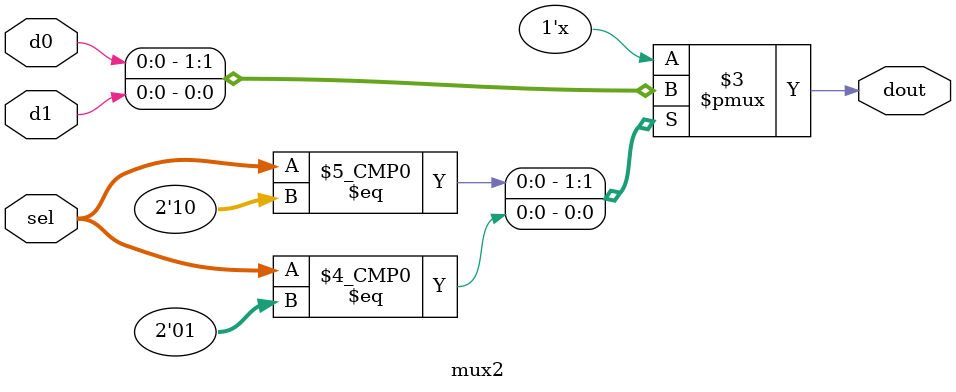
<source format=v>
module mx2(a,y,en); // 2input mux module
input [31:0] a; //32bit port variable 
input en; //enable
output reg [31:0] y; // output reg 32bit port variable

always@(a or en) // execute at coming in a or en
begin
if(en==1'b0) y=32'h00000000; // come out zero
else y=a; // come out a
end

endmodule

module mux5_32bit(d0,d1,d2,d3,d4,sel,dout); // mux 5input module
	input [31:0] d0,d1,d2,d3,d4; // input port variable
	input [3:0] sel;  // input port variable
	output reg [31:0] dout; // output port variable

	always@(d0,d1,d2,d3,d4,sel)
	begin
		case(sel)
		4'b1000: dout=d0;	// first case
		4'b0100: dout=d1;	// second case
		4'b0010: dout=d2;	// third case
		4'b0001: dout=d3;	// fourth case
		default: dout=d4;	//default case
		endcase
	end
endmodule

module mux2_32bit(d0,d1,sel,dout); // 32bit mux module
	input [31:0] d0,d1; // input port variable
	input [1:0] sel;  // input port variable
	output reg [31:0] dout; // output port variable
	

	always@(d0,d1,sel)
	begin
		case(sel)				
		2'b10: dout=d0; // first case
		2'b01: dout=d1; // second case
		default: dout=32'h0; // default case
		endcase
	end
endmodule	


module mux2_8bit(d0,d1,sel,dout);// mux module
	input [7:0] d0,d1;  // input port variable
	input [1:0]sel;  // input port variable
	output reg [7:0] dout;  // output port variable
	
	always@(d0,d1,sel)
	begin
		case(sel)							
		2'b10: dout=d0; // first case
		2'b01: dout=d1; // second case
		default: dout=8'h0; // default case
		endcase
	end
endmodule

module mux2(d0,d1,sel,dout); // mux module
	input d0,d1; // input port variable
	input [1:0] sel; // input port variable
	output reg dout; // output port variable
	
	always@(d0,d1,sel) // sel combinational logic
	begin
		case(sel)				
		2'b10: dout=d0; // first select
		2'b01: dout=d1; // second select
		default: dout=1'bx; // default select
		endcase
	end
endmodule



</source>
